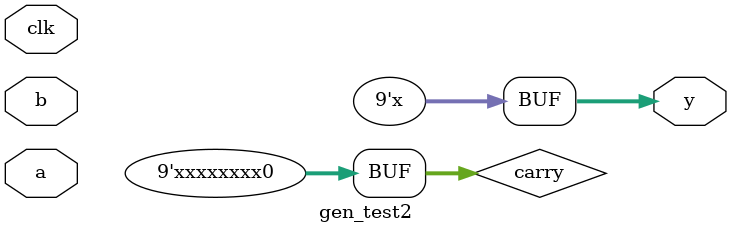
<source format=v>
/* Generated by Yosys 0.62+39 (git sha1 131911291-dirty, g++ 11.4.0-1ubuntu1~22.04.2 -Og -fPIC) */

(* src = "dut.sv:1.1-24.10" *)
(* top =  1  *)
module gen_test2(clk, a, b, y);
  (* src = "dut.sv:1.18-1.21" *)
  input clk;
  wire clk;
  (* src = "dut.sv:1.23-1.24" *)
  input [7:0] a;
  wire [7:0] a;
  (* src = "dut.sv:1.26-1.27" *)
  input [7:0] b;
  wire [7:0] b;
  (* src = "dut.sv:1.29-1.30" *)
  output [8:0] y;
  wire [8:0] y;
  (* \reg  = 32'd1 *)
  (* src = "dut.sv:8.11-8.16" *)
  wire [8:0] carry;
  assign carry = 9'bxxxxxxxx0;
  assign y = 9'hxxx;
endmodule

</source>
